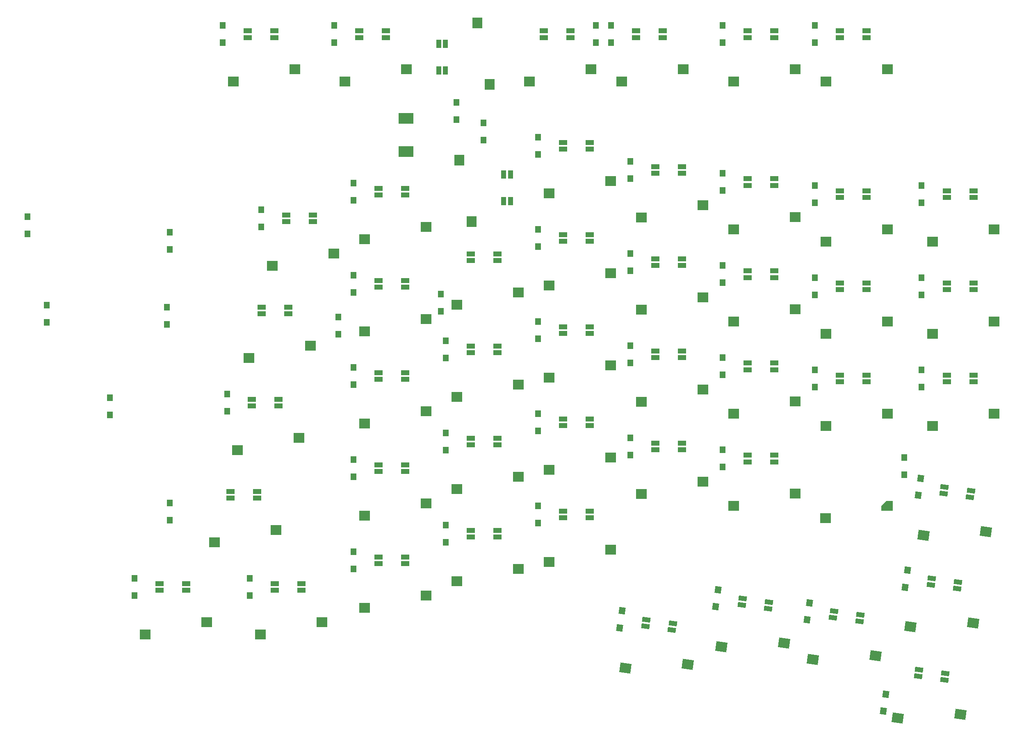
<source format=gbp>
%TF.GenerationSoftware,KiCad,Pcbnew,(6.0.5-0)*%
%TF.CreationDate,2023-02-03T13:19:04-08:00*%
%TF.ProjectId,ergodonk_pcb,6572676f-646f-46e6-9b5f-7063622e6b69,rev?*%
%TF.SameCoordinates,Original*%
%TF.FileFunction,Paste,Bot*%
%TF.FilePolarity,Positive*%
%FSLAX46Y46*%
G04 Gerber Fmt 4.6, Leading zero omitted, Abs format (unit mm)*
G04 Created by KiCad (PCBNEW (6.0.5-0)) date 2023-02-03 13:19:04*
%MOMM*%
%LPD*%
G01*
G04 APERTURE LIST*
G04 Aperture macros list*
%AMRotRect*
0 Rectangle, with rotation*
0 The origin of the aperture is its center*
0 $1 length*
0 $2 width*
0 $3 Rotation angle, in degrees counterclockwise*
0 Add horizontal line*
21,1,$1,$2,0,0,$3*%
%AMOutline5P*
0 Free polygon, 5 corners , with rotation*
0 The origin of the aperture is its center*
0 number of corners: always 5*
0 $1 to $10 corner X, Y*
0 $11 Rotation angle, in degrees counterclockwise*
0 create outline with 5 corners*
4,1,5,$1,$2,$3,$4,$5,$6,$7,$8,$9,$10,$1,$2,$11*%
%AMOutline6P*
0 Free polygon, 6 corners , with rotation*
0 The origin of the aperture is its center*
0 number of corners: always 6*
0 $1 to $12 corner X, Y*
0 $13 Rotation angle, in degrees counterclockwise*
0 create outline with 6 corners*
4,1,6,$1,$2,$3,$4,$5,$6,$7,$8,$9,$10,$11,$12,$1,$2,$13*%
%AMOutline7P*
0 Free polygon, 7 corners , with rotation*
0 The origin of the aperture is its center*
0 number of corners: always 7*
0 $1 to $14 corner X, Y*
0 $15 Rotation angle, in degrees counterclockwise*
0 create outline with 7 corners*
4,1,7,$1,$2,$3,$4,$5,$6,$7,$8,$9,$10,$11,$12,$13,$14,$1,$2,$15*%
%AMOutline8P*
0 Free polygon, 8 corners , with rotation*
0 The origin of the aperture is its center*
0 number of corners: always 8*
0 $1 to $16 corner X, Y*
0 $17 Rotation angle, in degrees counterclockwise*
0 create outline with 8 corners*
4,1,8,$1,$2,$3,$4,$5,$6,$7,$8,$9,$10,$11,$12,$13,$14,$15,$16,$1,$2,$17*%
G04 Aperture macros list end*
%ADD10R,1.700000X1.000000*%
%ADD11R,2.300000X2.000000*%
%ADD12RotRect,1.700000X1.000000X172.000000*%
%ADD13RotRect,2.300000X2.000000X352.000000*%
%ADD14R,1.000000X1.700000*%
%ADD15R,2.000000X2.300000*%
%ADD16Outline5P,-1.150000X0.000000X-0.150000X1.000000X1.150000X1.000000X1.150000X-1.000000X-1.150000X-1.000000X0.000000*%
%ADD17R,1.300000X1.400000*%
%ADD18RotRect,1.400000X1.300000X82.000000*%
%ADD19R,3.120000X2.290000*%
G04 APERTURE END LIST*
D10*
%TO.C,SW14*%
X111550000Y-52576000D03*
X111550000Y-53976000D03*
X117050000Y-53976000D03*
X117050000Y-52576000D03*
D11*
X108600000Y-63095000D03*
X121300000Y-60555000D03*
%TD*%
D10*
%TO.C,SW35*%
X92500000Y-94676000D03*
X92500000Y-96076000D03*
X98000000Y-96076000D03*
X98000000Y-94676000D03*
D11*
X89550000Y-105195000D03*
X102250000Y-102655000D03*
%TD*%
D12*
%TO.C,SW51*%
X167453753Y-149467554D03*
X167258911Y-150853929D03*
X172705385Y-151619381D03*
X172900228Y-150233006D03*
D13*
X163068501Y-159473623D03*
X175998405Y-158725840D03*
%TD*%
D10*
%TO.C,SW33*%
X130600000Y-95676000D03*
X130600000Y-97076000D03*
X136100000Y-97076000D03*
X136100000Y-95676000D03*
D11*
X127650000Y-106195000D03*
X140350000Y-103655000D03*
%TD*%
D10*
%TO.C,SW16*%
X73450000Y-62076000D03*
X73450000Y-63476000D03*
X78950000Y-63476000D03*
X78950000Y-62076000D03*
D11*
X70500000Y-72595000D03*
X83200000Y-70055000D03*
%TD*%
D10*
%TO.C,SW45*%
X92500000Y-113726000D03*
X92500000Y-115126000D03*
X98000000Y-115126000D03*
X98000000Y-113726000D03*
D11*
X89550000Y-124245000D03*
X102250000Y-121705000D03*
%TD*%
D10*
%TO.C,SW6*%
X69450000Y-29526000D03*
X69450000Y-30926000D03*
X74950000Y-30926000D03*
X74950000Y-29526000D03*
D11*
X66500000Y-40045000D03*
X79200000Y-37505000D03*
%TD*%
D10*
%TO.C,SW55*%
X92500000Y-132776000D03*
X92500000Y-134176000D03*
X98000000Y-134176000D03*
X98000000Y-132776000D03*
D11*
X89550000Y-143295000D03*
X102250000Y-140755000D03*
%TD*%
D14*
%TO.C,SW5*%
X85851000Y-37675000D03*
X87251000Y-37675000D03*
X87251000Y-32175000D03*
X85851000Y-32175000D03*
D15*
X96370000Y-40625000D03*
X93830000Y-27925000D03*
%TD*%
D11*
%TO.C,SWLH_ROT1*%
X165722000Y-130245000D03*
D16*
X178422000Y-127705000D03*
%TD*%
D10*
%TO.C,SW43*%
X130600000Y-114726000D03*
X130600000Y-116126000D03*
X136100000Y-116126000D03*
X136100000Y-114726000D03*
D11*
X127650000Y-125245000D03*
X140350000Y-122705000D03*
%TD*%
D12*
%TO.C,SW50*%
X184992736Y-161551105D03*
X184797894Y-162937480D03*
X190244368Y-163702932D03*
X190439211Y-162316557D03*
D13*
X180607484Y-171557174D03*
X193537388Y-170809391D03*
%TD*%
D10*
%TO.C,SW21*%
X168700000Y-81626000D03*
X168700000Y-83026000D03*
X174200000Y-83026000D03*
X174200000Y-81626000D03*
D11*
X165750000Y-92145000D03*
X178450000Y-89605000D03*
%TD*%
D10*
%TO.C,SW4*%
X107550000Y-29526000D03*
X107550000Y-30926000D03*
X113050000Y-30926000D03*
X113050000Y-29526000D03*
D11*
X104600000Y-40045000D03*
X117300000Y-37505000D03*
%TD*%
D12*
%TO.C,SW53*%
X128730322Y-151239286D03*
X128535480Y-152625661D03*
X133981954Y-153391113D03*
X134176797Y-152004738D03*
D13*
X124345070Y-161245355D03*
X137274974Y-160497572D03*
%TD*%
D10*
%TO.C,SW26*%
X73450000Y-81126000D03*
X73450000Y-82526000D03*
X78950000Y-82526000D03*
X78950000Y-81126000D03*
D11*
X70500000Y-91645000D03*
X83200000Y-89105000D03*
%TD*%
D10*
%TO.C,SW12*%
X149650000Y-60076000D03*
X149650000Y-61476000D03*
X155150000Y-61476000D03*
X155150000Y-60076000D03*
D11*
X146700000Y-70595000D03*
X159400000Y-68055000D03*
%TD*%
D12*
%TO.C,SW40*%
X187643983Y-142686498D03*
X187449141Y-144072873D03*
X192895615Y-144838325D03*
X193090458Y-143451950D03*
D13*
X183258731Y-152692567D03*
X196188635Y-151944784D03*
%TD*%
D10*
%TO.C,SW44*%
X111550000Y-109726000D03*
X111550000Y-111126000D03*
X117050000Y-111126000D03*
X117050000Y-109726000D03*
D11*
X108600000Y-120245000D03*
X121300000Y-117705000D03*
%TD*%
D10*
%TO.C,SW56*%
X73450000Y-138276000D03*
X73450000Y-139676000D03*
X78950000Y-139676000D03*
X78950000Y-138276000D03*
D11*
X70500000Y-148795000D03*
X83200000Y-146255000D03*
%TD*%
D12*
%TO.C,SW52*%
X148589797Y-146817252D03*
X148394955Y-148203627D03*
X153841429Y-148969079D03*
X154036272Y-147582704D03*
D13*
X144204545Y-156823321D03*
X157134449Y-156075538D03*
%TD*%
D10*
%TO.C,SW10*%
X190750000Y-81626000D03*
X190750000Y-83026000D03*
X196250000Y-83026000D03*
X196250000Y-81626000D03*
D11*
X187800000Y-92145000D03*
X200500000Y-89605000D03*
%TD*%
D10*
%TO.C,SW22*%
X149650000Y-79126000D03*
X149650000Y-80526000D03*
X155150000Y-80526000D03*
X155150000Y-79126000D03*
D11*
X146700000Y-89645000D03*
X159400000Y-87105000D03*
%TD*%
D10*
%TO.C,SW24*%
X111550000Y-71626000D03*
X111550000Y-73026000D03*
X117050000Y-73026000D03*
X117050000Y-71626000D03*
D11*
X108600000Y-82145000D03*
X121300000Y-79605000D03*
%TD*%
D10*
%TO.C,SW1*%
X168700000Y-29526000D03*
X168700000Y-30926000D03*
X174200000Y-30926000D03*
X174200000Y-29526000D03*
D11*
X165750000Y-40045000D03*
X178450000Y-37505000D03*
%TD*%
D10*
%TO.C,SW37*%
X47256250Y-105676000D03*
X47256250Y-107076000D03*
X52756250Y-107076000D03*
X52756250Y-105676000D03*
D11*
X44306250Y-116195000D03*
X57006250Y-113655000D03*
%TD*%
D10*
%TO.C,SW47*%
X42843750Y-124726000D03*
X42843750Y-126126000D03*
X48343750Y-126126000D03*
X48343750Y-124726000D03*
D11*
X39543750Y-135245000D03*
X52243750Y-132705000D03*
%TD*%
D10*
%TO.C,SW20*%
X190750000Y-100676000D03*
X190750000Y-102076000D03*
X196250000Y-102076000D03*
X196250000Y-100676000D03*
D11*
X187800000Y-111195000D03*
X200500000Y-108655000D03*
%TD*%
D10*
%TO.C,SW2*%
X149650000Y-29526000D03*
X149650000Y-30926000D03*
X155150000Y-30926000D03*
X155150000Y-29526000D03*
D11*
X146700000Y-40045000D03*
X159400000Y-37505000D03*
%TD*%
D10*
%TO.C,SW42*%
X149650000Y-117226000D03*
X149650000Y-118626000D03*
X155150000Y-118626000D03*
X155150000Y-117226000D03*
D11*
X146700000Y-127745000D03*
X159400000Y-125205000D03*
%TD*%
D10*
%TO.C,SW27*%
X49287500Y-86626000D03*
X49287500Y-88026000D03*
X54787500Y-88026000D03*
X54787500Y-86626000D03*
D11*
X46687500Y-97145000D03*
X59387500Y-94605000D03*
%TD*%
D10*
%TO.C,SW57*%
X52018750Y-143776000D03*
X52018750Y-145176000D03*
X57518750Y-145176000D03*
X57518750Y-143776000D03*
D11*
X49068750Y-154295000D03*
X61768750Y-151755000D03*
%TD*%
D10*
%TO.C,SW34*%
X111550000Y-90676000D03*
X111550000Y-92076000D03*
X117050000Y-92076000D03*
X117050000Y-90676000D03*
D11*
X108600000Y-101195000D03*
X121300000Y-98655000D03*
%TD*%
D10*
%TO.C,SW58*%
X28206250Y-143776000D03*
X28206250Y-145176000D03*
X33706250Y-145176000D03*
X33706250Y-143776000D03*
D11*
X25256250Y-154295000D03*
X37956250Y-151755000D03*
%TD*%
D10*
%TO.C,SW31*%
X168700000Y-100676000D03*
X168700000Y-102076000D03*
X174200000Y-102076000D03*
X174200000Y-100676000D03*
D11*
X165750000Y-111195000D03*
X178450000Y-108655000D03*
%TD*%
D10*
%TO.C,SW3*%
X126600000Y-29526000D03*
X126600000Y-30926000D03*
X132100000Y-30926000D03*
X132100000Y-29526000D03*
D11*
X123650000Y-40045000D03*
X136350000Y-37505000D03*
%TD*%
D10*
%TO.C,SW46*%
X73450000Y-119226000D03*
X73450000Y-120626000D03*
X78950000Y-120626000D03*
X78950000Y-119226000D03*
D11*
X70500000Y-129745000D03*
X83200000Y-127205000D03*
%TD*%
D12*
%TO.C,SW30*%
X190295231Y-123821892D03*
X190100389Y-125208267D03*
X195546863Y-125973719D03*
X195741706Y-124587344D03*
D13*
X185909979Y-133827961D03*
X198839883Y-133080178D03*
%TD*%
D17*
%TO.C,D48_RH10*%
X17932750Y-105395000D03*
X17932750Y-108945000D03*
%TD*%
D10*
%TO.C,SW36*%
X73450000Y-100176000D03*
X73450000Y-101576000D03*
X78950000Y-101576000D03*
X78950000Y-100176000D03*
D11*
X70500000Y-110695000D03*
X83200000Y-108155000D03*
%TD*%
D10*
%TO.C,SW25*%
X92500000Y-75626000D03*
X92500000Y-77026000D03*
X98000000Y-77026000D03*
X98000000Y-75626000D03*
D11*
X89550000Y-86145000D03*
X102250000Y-83605000D03*
%TD*%
D17*
%TO.C,D38_RH10*%
X29739000Y-86625000D03*
X29739000Y-90175000D03*
%TD*%
D10*
%TO.C,SW32*%
X149650000Y-98176000D03*
X149650000Y-99576000D03*
X155150000Y-99576000D03*
X155150000Y-98176000D03*
D11*
X146700000Y-108695000D03*
X159400000Y-106155000D03*
%TD*%
D10*
%TO.C,SW17*%
X54400000Y-67576000D03*
X54400000Y-68976000D03*
X59900000Y-68976000D03*
X59900000Y-67576000D03*
D11*
X51450000Y-78095000D03*
X64150000Y-75555000D03*
%TD*%
D10*
%TO.C,SW11*%
X168700000Y-62576000D03*
X168700000Y-63976000D03*
X174200000Y-63976000D03*
X174200000Y-62576000D03*
D11*
X165750000Y-73095000D03*
X178450000Y-70555000D03*
%TD*%
D10*
%TO.C,SW54*%
X111550000Y-128776000D03*
X111550000Y-130176000D03*
X117050000Y-130176000D03*
X117050000Y-128776000D03*
D11*
X108600000Y-139295000D03*
X121300000Y-136755000D03*
%TD*%
D10*
%TO.C,SW0*%
X190750000Y-62576000D03*
X190750000Y-63976000D03*
X196250000Y-63976000D03*
X196250000Y-62576000D03*
D11*
X187800000Y-73095000D03*
X200500000Y-70555000D03*
%TD*%
D17*
%TO.C,D18_RH10*%
X30319000Y-71200000D03*
X30319000Y-74750000D03*
%TD*%
D10*
%TO.C,SW23*%
X130600000Y-76626000D03*
X130600000Y-78026000D03*
X136100000Y-78026000D03*
X136100000Y-76626000D03*
D11*
X127650000Y-87145000D03*
X140350000Y-84605000D03*
%TD*%
D10*
%TO.C,SW7*%
X46400000Y-29526000D03*
X46400000Y-30926000D03*
X51900000Y-30926000D03*
X51900000Y-29526000D03*
D11*
X43450000Y-40045000D03*
X56150000Y-37505000D03*
%TD*%
D14*
%TO.C,SW15*%
X100649000Y-59225000D03*
X99249000Y-59225000D03*
X99249000Y-64725000D03*
X100649000Y-64725000D03*
D15*
X90130000Y-56275000D03*
X92670000Y-68975000D03*
%TD*%
D10*
%TO.C,SW13*%
X130600000Y-57576000D03*
X130600000Y-58976000D03*
X136100000Y-58976000D03*
X136100000Y-57576000D03*
D11*
X127650000Y-68095000D03*
X140350000Y-65555000D03*
%TD*%
D17*
%TO.C,D58*%
X23006250Y-142689000D03*
X23006250Y-146239000D03*
%TD*%
%TO.C,D17*%
X49200000Y-66489000D03*
X49200000Y-70039000D03*
%TD*%
%TO.C,D55*%
X87300000Y-131689000D03*
X87300000Y-135239000D03*
%TD*%
%TO.C,D46*%
X68250000Y-118139000D03*
X68250000Y-121689000D03*
%TD*%
D18*
%TO.C,D40*%
X182612064Y-141010548D03*
X182118000Y-144526000D03*
%TD*%
D17*
%TO.C,D15*%
X95123000Y-48565000D03*
X95123000Y-52115000D03*
%TD*%
%TO.C,D54*%
X106350000Y-127689000D03*
X106350000Y-131239000D03*
%TD*%
%TO.C,D56*%
X68250000Y-137189000D03*
X68250000Y-140739000D03*
%TD*%
%TO.C,D5*%
X89535000Y-44326000D03*
X89535000Y-47876000D03*
%TD*%
%TO.C,D13*%
X125400000Y-56489000D03*
X125400000Y-60039000D03*
%TD*%
%TO.C,D32*%
X144450000Y-97089000D03*
X144450000Y-100639000D03*
%TD*%
%TO.C,D26*%
X68250000Y-80039000D03*
X68250000Y-83589000D03*
%TD*%
%TO.C,D7*%
X41200000Y-28439000D03*
X41200000Y-31989000D03*
%TD*%
%TO.C,D2*%
X144450000Y-28439000D03*
X144450000Y-31989000D03*
%TD*%
%TO.C,D0*%
X185550000Y-61489000D03*
X185550000Y-65039000D03*
%TD*%
%TO.C,D21*%
X163500000Y-80539000D03*
X163500000Y-84089000D03*
%TD*%
%TO.C,D37*%
X42215000Y-104589000D03*
X42215000Y-108139000D03*
%TD*%
%TO.C,D42*%
X144450000Y-116139000D03*
X144450000Y-119689000D03*
%TD*%
%TO.C,D33*%
X125400000Y-94589000D03*
X125400000Y-98139000D03*
%TD*%
%TO.C,D11*%
X163500000Y-61489000D03*
X163500000Y-65039000D03*
%TD*%
%TO.C,D27*%
X65087500Y-88662500D03*
X65087500Y-92212500D03*
%TD*%
%TO.C,D12*%
X144450000Y-58989000D03*
X144450000Y-62539000D03*
%TD*%
%TO.C,D25*%
X86300000Y-83961000D03*
X86300000Y-87511000D03*
%TD*%
%TO.C,D34*%
X106350000Y-89589000D03*
X106350000Y-93139000D03*
%TD*%
%TO.C,D4*%
X118250000Y-28439000D03*
X118250000Y-31989000D03*
%TD*%
D18*
%TO.C,D50*%
X178174032Y-166644274D03*
X177679968Y-170159726D03*
%TD*%
%TO.C,D51*%
X162389513Y-147771078D03*
X161895449Y-151286530D03*
%TD*%
D17*
%TO.C,D1*%
X163500000Y-28439000D03*
X163500000Y-31989000D03*
%TD*%
%TO.C,D47*%
X30321250Y-127133000D03*
X30321250Y-130683000D03*
%TD*%
%TO.C,D6*%
X64250000Y-28439000D03*
X64250000Y-31989000D03*
%TD*%
%TO.C,D24*%
X106350000Y-70539000D03*
X106350000Y-74089000D03*
%TD*%
%TO.C,D3*%
X121400000Y-28439000D03*
X121400000Y-31989000D03*
%TD*%
%TO.C,D16*%
X68250000Y-60989000D03*
X68250000Y-64539000D03*
%TD*%
%TO.C,D35*%
X87300000Y-93589000D03*
X87300000Y-97139000D03*
%TD*%
%TO.C,D43*%
X125400000Y-113639000D03*
X125400000Y-117189000D03*
%TD*%
D19*
%TO.C,D_SOL_1*%
X79121000Y-54484000D03*
X79121000Y-47624000D03*
%TD*%
D17*
%TO.C,D45*%
X87300000Y-112639000D03*
X87300000Y-116189000D03*
%TD*%
%TO.C,D22*%
X144450000Y-78039000D03*
X144450000Y-81589000D03*
%TD*%
%TO.C,D20*%
X185550000Y-99589000D03*
X185550000Y-103139000D03*
%TD*%
%TO.C,D14*%
X106350000Y-51489000D03*
X106350000Y-55039000D03*
%TD*%
%TO.C,D31*%
X163500000Y-99589000D03*
X163500000Y-103139000D03*
%TD*%
%TO.C,D44*%
X106350000Y-108639000D03*
X106350000Y-112189000D03*
%TD*%
D18*
%TO.C,D52*%
X143503032Y-145054274D03*
X143008968Y-148569726D03*
%TD*%
D17*
%TO.C,D36*%
X68250000Y-99089000D03*
X68250000Y-102639000D03*
%TD*%
%TO.C,D41*%
X181991000Y-117732000D03*
X181991000Y-121282000D03*
%TD*%
%TO.C,D28_RH10*%
X4921250Y-86220500D03*
X4921250Y-89770500D03*
%TD*%
%TO.C,D23*%
X125400000Y-75539000D03*
X125400000Y-79089000D03*
%TD*%
%TO.C,D08_RH10*%
X952500Y-67976750D03*
X952500Y-71526750D03*
%TD*%
D18*
%TO.C,D30*%
X185322551Y-122017470D03*
X184828487Y-125532922D03*
%TD*%
D17*
%TO.C,D10*%
X185550000Y-80539000D03*
X185550000Y-84089000D03*
%TD*%
%TO.C,D57*%
X46818750Y-142689000D03*
X46818750Y-146239000D03*
%TD*%
D18*
%TO.C,D53*%
X123691032Y-149392548D03*
X123196968Y-152908000D03*
%TD*%
M02*

</source>
